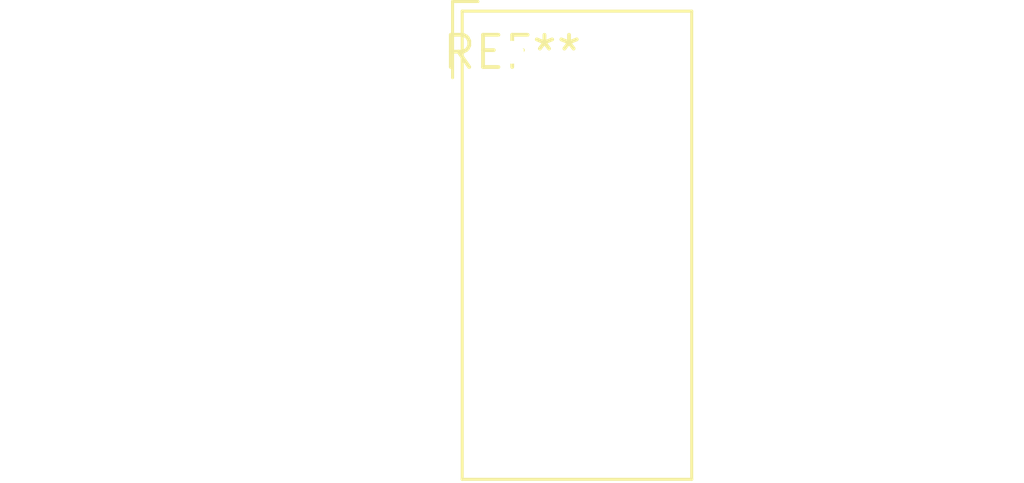
<source format=kicad_pcb>
(kicad_pcb (version 20240108) (generator pcbnew)
  (layers (0 "F.Cu" signal) (31 "B.Cu" signal) (34 "B.Paste" user) (35 "F.Paste" user) (36 "B.SilkS" user "B.Silkscreen") (37 "F.SilkS" user "F.Silkscreen") (38 "B.Mask" user) (39 "F.Mask" user) (44 "Edge.Cuts" user))
  (net 0 "")
  (footprint "Choke_Schaffner_RN202-04-8.8x18.2mm" (layer "F.Cu") (at 0 0)
    (property "Reference" "REF**")
    (property "Value" "Choke_Schaffner_RN202-04-8.8x18.2mm")
    (fp_line (start -2.35 -2) (end -2.35 1) (layer "F.SilkS") (stroke (width 0.12)))
    (fp_line (start -2.35 -2) (end -1.35 -2) (layer "F.SilkS") (stroke (width 0.12)))
    (fp_line (start -1.97 -1.62) (end 7.07 -1.62) (layer "F.SilkS") (stroke (width 0.12)))
    (fp_line (start -1.97 16.82) (end -1.97 -1.62) (layer "F.SilkS") (stroke (width 0.12)))
    (fp_line (start 7.07 -1.62) (end 7.07 16.82) (layer "F.SilkS") (stroke (width 0.12)))
    (fp_line (start 7.07 16.82) (end -1.97 16.82) (layer "F.SilkS") (stroke (width 0.12)))
    (pad "1" thru_hole rect (at 0 0) (size 2 2) (drill 0.9) (layers *.Cu *.Mask) (remove_unused_layers))
    (pad "2" thru_hole circle (at 5.1 0) (size 2 2) (drill 0.9) (layers *.Cu *.Mask) (remove_unused_layers))
    (pad "3" thru_hole circle (at 0 15.2) (size 2 2) (drill 0.9) (layers *.Cu *.Mask) (remove_unused_layers))
    (pad "4" thru_hole circle (at 5.1 15.2) (size 2 2) (drill 0.9) (layers *.Cu *.Mask) (remove_unused_layers))
  )
)
</source>
